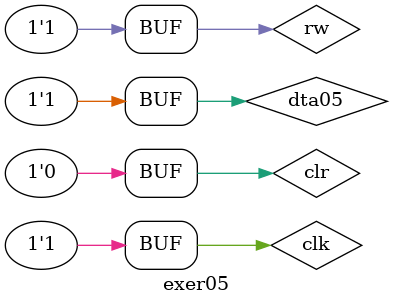
<source format=v>



module jkff ( output q, output qnot, input j, input k, input clk ); 
	reg q, qnot; 
	always @( posedge clk ) 
	begin 
		if ( j & ~k ) 
		begin 
		q <= 1; qnot <= 0; 
	end 
	else 
	if ( ~j & k ) 
		begin 
		q <= 0; qnot <= 1; 
		end 
	else 
		if ( j & k ) 
		begin 
		q <= ~q; qnot <= ~qnot; 
		end 
	end 
endmodule // jkff 
//--Fim FlipFlop

module exer04(input dta041, input a1, input brw,input clk01, output s);
reg dta04, rw, clk, a, b,e, f, g, h, clr;
wire s1, outs;

and And01(s1,dta04,rw,clk);

jkff J01(q,qnot,s1,a,clk);
jkff J02(q,qnot,s1,b,clk);
jkff J03(q,qnot,s1,c,clk);
jkff J04(q,qnot,s1,d,clk);
jkff J05(q,qnot,s1,e,clk);
jkff J06(q,qnot,s1,f,clk);
jkff J07(q,qnot,s1,g,clk);
jkff J08(q,qnot,s1,h,clk);

and and02(outs,qnot,dta04);

endmodule

module exer05;
reg dta05,rw,clk,aa,bb,cc,dd,ee,ff,gg,hh,clr;
wire s1,outs;

exer04 ex042(dta05,rw,clk,aa,out0);
exer04 ex043(dta05,rw,clk,bb,out1);
exer04 ex044(dta05,rw,clk,cc,out2);
exer04 ex045(dta05,rw,clk,dd,out3);
exer04 ex046(dta05,rw,clk,ee,out4);
exer04 ex047(dta05,rw,clk,ff,out5);
exer04 ex048(dta05,rw,clk,gg,out6);
exer04 ex049(dta05,rw,clk,hh,out7);

initial begin 
$display ( "Exercicio10 - Lorena Danielle Gonçalves Bento - 435049" );

dta05 = 0; 
clk = 0; 
rw = 0;
clr = 0; 

$monitor( "%4d %4b", $time, out7 ); 

#1 clk = 0; dta05 = 0; rw = 1; 
#1 clk = 0; dta05 = 1; rw = 0;
#1 clk = 0; dta05 = 1; rw = 1;
#1 clk = 1; dta05 = 0; rw = 0;
#1 clk = 1; dta05 = 0; rw = 1;
#1 clk = 1; dta05 = 1; rw = 0;
#1 clk = 1; dta05 = 1; rw = 1;

end 

endmodule


</source>
